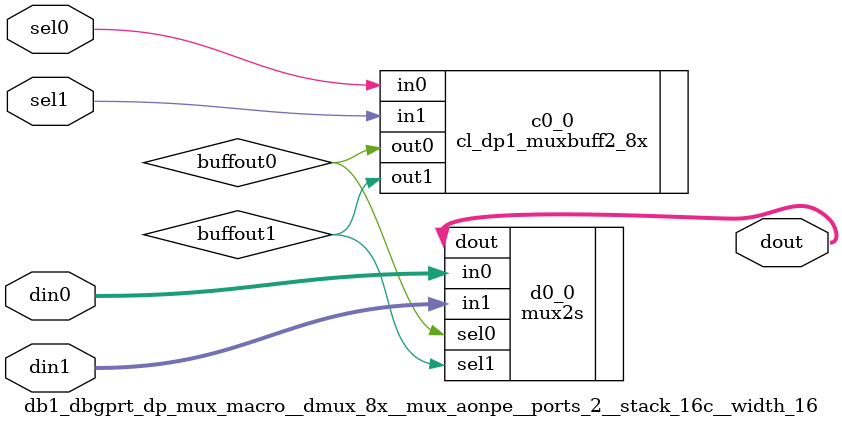
<source format=v>
module db1_dbgprt_dp (
  io_cmp_sync_en, 
  cmp_io2x_sync_en, 
  dbg0_dbg1_l2t0_pa_match, 
  dbg0_dbg1_l2t2_pa_match, 
  l2t1_dbg1_pa_match, 
  l2t3_dbg1_pa_match, 
  l2t4_dbg1_pa_match, 
  l2t5_dbg1_pa_match, 
  l2t6_dbg1_pa_match, 
  l2t7_dbg1_pa_match, 
  dbg0_dbg1_l2t0_err_event, 
  dbg0_dbg1_l2t2_err_event, 
  l2t1_dbg1_err_event, 
  l2t3_dbg1_err_event, 
  l2t4_dbg1_err_event, 
  l2t5_dbg1_err_event, 
  l2t6_dbg1_err_event, 
  l2t7_dbg1_err_event, 
  dbg0_dbg1_debug_data, 
  mcu_dtm_signals, 
  ccu_dbg1_serdes_dtm, 
  tcu_pce_ov, 
  tcu_clk_stop, 
  tcu_aclk, 
  tcu_bclk, 
  tcu_scan_en, 
  scan_in, 
  scan_out, 
  l2clk, 
  cmp_io_sync_en, 
  mcu_dbg_signals, 
  sii_dbg1_l2t0_req, 
  sii_dbg1_l2t1_req, 
  sii_dbg1_l2t2_req, 
  sii_dbg1_l2t3_req, 
  sii_dbg1_l2t4_req, 
  sii_dbg1_l2t5_req, 
  sii_dbg1_l2t6_req, 
  sii_dbg1_l2t7_req, 
  l2t1_dbg1_sii_iq_dequeue, 
  l2t3_dbg1_sii_iq_dequeue, 
  l2t4_dbg1_sii_iq_dequeue, 
  l2t5_dbg1_sii_iq_dequeue, 
  l2t6_dbg1_sii_iq_dequeue, 
  l2t7_dbg1_sii_iq_dequeue, 
  dbg0_dbg1_l2t0_sii_iq_dequeue, 
  dbg0_dbg1_l2t2_sii_iq_dequeue, 
  l2t1_dbg1_sii_wib_dequeue, 
  l2t3_dbg1_sii_wib_dequeue, 
  l2t4_dbg1_sii_wib_dequeue, 
  l2t5_dbg1_sii_wib_dequeue, 
  l2t6_dbg1_sii_wib_dequeue, 
  l2t7_dbg1_sii_wib_dequeue, 
  dbg0_dbg1_l2t0_sii_wib_dequeue, 
  dbg0_dbg1_l2t2_sii_wib_dequeue, 
  l2t1_dbg1_xbar_vcid, 
  l2t3_dbg1_xbar_vcid, 
  l2t4_dbg1_xbar_vcid, 
  l2t5_dbg1_xbar_vcid, 
  l2t6_dbg1_xbar_vcid, 
  l2t7_dbg1_xbar_vcid, 
  dbg0_dbg1_l2t0_xbar_vcid, 
  dbg0_dbg1_l2t2_xbar_vcid, 
  l2b4_dbg1_sio_ctag_vld, 
  l2b5_dbg1_sio_ctag_vld, 
  l2b6_dbg1_sio_ctag_vld, 
  l2b7_dbg1_sio_ctag_vld, 
  dbg0_dbg1_l2b0_sio_ctag_vld, 
  dbg0_dbg1_l2b1_sio_ctag_vld, 
  dbg0_dbg1_l2b2_sio_ctag_vld, 
  dbg0_dbg1_l2b3_sio_ctag_vld, 
  l2b4_dbg1_sio_ack_type, 
  l2b5_dbg1_sio_ack_type, 
  l2b6_dbg1_sio_ack_type, 
  l2b7_dbg1_sio_ack_type, 
  dbg0_dbg1_l2b0_sio_ack_type, 
  dbg0_dbg1_l2b1_sio_ack_type, 
  dbg0_dbg1_l2b2_sio_ack_type, 
  dbg0_dbg1_l2b3_sio_ack_type, 
  l2b4_dbg1_sio_ack_dest, 
  l2b5_dbg1_sio_ack_dest, 
  l2b6_dbg1_sio_ack_dest, 
  l2b7_dbg1_sio_ack_dest, 
  dbg0_dbg1_l2b0_sio_ack_dest, 
  dbg0_dbg1_l2b1_sio_ack_dest, 
  dbg0_dbg1_l2b2_sio_ack_dest, 
  dbg0_dbg1_l2b3_sio_ack_dest, 
  spc1_dbg1_instr_cmt_grp0, 
  spc1_dbg1_instr_cmt_grp1, 
  spc3_dbg1_instr_cmt_grp0, 
  spc3_dbg1_instr_cmt_grp1, 
  spc4_dbg1_instr_cmt_grp0, 
  spc4_dbg1_instr_cmt_grp1, 
  spc5_dbg1_instr_cmt_grp0, 
  spc5_dbg1_instr_cmt_grp1, 
  spc6_dbg1_instr_cmt_grp0, 
  spc6_dbg1_instr_cmt_grp1, 
  spc7_dbg1_instr_cmt_grp0, 
  spc7_dbg1_instr_cmt_grp1, 
  dbg0_dbg1_spc0_instr_cmt_grp0, 
  dbg0_dbg1_spc0_instr_cmt_grp1, 
  dbg0_dbg1_spc2_instr_cmt_grp0, 
  dbg0_dbg1_spc2_instr_cmt_grp1, 
  sel_soc_obs_mode, 
  sel_charac_mode, 
  sel_rep_mode, 
  sel_core_soc_debug_mode, 
  sel_train_mode, 
  l2t0_pa_match_synced, 
  l2t1_pa_match_synced, 
  l2t2_pa_match_synced, 
  l2t3_pa_match_synced, 
  l2t4_pa_match_synced, 
  l2t5_pa_match_synced, 
  l2t6_pa_match_synced, 
  l2t7_pa_match_synced, 
  l2t_error_event_synced, 
  dbg1_mio_dbg_dq);
wire pce_ov;
wire stop;
wire siclk;
wire soclk;
wire se;
wire ff_train_seq_gen_scanin;
wire ff_train_seq_gen_scanout;
wire cmp_io2x_sync_en_23;
wire train_seq;
wire train_seq_b1;
wire train_seq_b2;
wire train_seq_b11;
wire train_seq_b12;
wire train_seq_b13;
wire train_seq_b14;
wire train_seq_b15;
wire train_seq_b16;
wire train_seq_b17;
wire train_seq_b18;
wire train_seq_b21;
wire train_seq_b22;
wire train_seq_b23;
wire train_seq_b24;
wire train_seq_b25;
wire train_seq_b26;
wire train_seq_b27;
wire train_seq_b28;
wire train_seq_b29;
wire ff_train_data_0_scanin;
wire ff_train_data_0_scanout;
wire ff_train_data_1_scanin;
wire ff_train_data_1_scanout;
wire ff_train_data_2_scanin;
wire ff_train_data_2_scanout;
wire ff_cmp_io_sync_en_scanin;
wire ff_cmp_io_sync_en_scanout;
wire io_cmp_sync_en_2;
wire io_cmp_sync_en_3;
wire io_cmp_sync_en_4;
wire io_cmp_sync_en_5;
wire io_cmp_sync_en_32;
wire io_cmp_sync_en_42;
wire io_cmp_sync_en_52;
wire l2t0_pa_match_rec_din;
wire l2t1_pa_match_rec_din;
wire l2t2_pa_match_rec_din;
wire l2t3_pa_match_rec_din;
wire l2t4_pa_match_rec_din;
wire l2t5_pa_match_rec_din;
wire l2t6_pa_match_rec_din;
wire l2t7_pa_match_rec_din;
wire dbg1_cmp_io_sync_en_2;
wire io_cmp_sync_en_6;
wire io_cmp_sync_en_62;
wire cmp_io2x_sync_en_2;
wire cmp_io2x_sync_en_22;
wire l2t0_pa_match_r;
wire l2t2_pa_match_r;
wire l2t1_pa_match_r;
wire l2t3_pa_match_r;
wire l2t4_pa_match_r;
wire l2t5_pa_match_r;
wire l2t6_pa_match_r;
wire l2t7_pa_match_r;
wire l2t0_pa_match_rec;
wire l2t1_pa_match_rec;
wire l2t2_pa_match_rec;
wire l2t3_pa_match_rec;
wire l2t4_pa_match_rec;
wire l2t5_pa_match_rec;
wire l2t6_pa_match_rec;
wire l2t7_pa_match_rec;
wire l2t0_err_event_r;
wire l2t2_err_event_r;
wire l2t1_err_event_r;
wire l2t3_err_event_r;
wire l2t4_err_event_r;
wire l2t5_err_event_r;
wire l2t6_err_event_r;
wire l2t7_err_event_r;
wire ff_charac_signal_bus_scanin;
wire ff_charac_signal_bus_scanout;
wire ff_obs_signal_bus_scanin;
wire ff_obs_signal_bus_scanout;
wire io_cmp_sync_en_3or4;
wire io_cmp_sync_en_32or42;
wire io_cmp_sync_en_5or6;
wire io_cmp_sync_en_52or62;
wire cmp_io2x_sync_en_2_n;
wire dbg1_cmp_io_sync_en_2_n;
wire sel_train_mode_n;
wire l2t0_pa_match_rec_sync;
wire l2t1_pa_match_rec_sync;
wire l2t2_pa_match_rec_sync;
wire l2t3_pa_match_rec_sync;
wire l2t4_pa_match_rec_sync;
wire l2t5_pa_match_rec_sync;
wire l2t6_pa_match_rec_sync;
wire l2t7_pa_match_rec_sync;
wire l2t012_err_event_r;
wire l2t345_err_event_r;
wire l2t67_err_event_r;
wire l2t_error_event;
wire ff_l2tx_pa_match_synced_scanin;
wire ff_l2tx_pa_match_synced_scanout;
wire ff_mcu_dbg_signals_slice0_scanin;
wire ff_mcu_dbg_signals_slice0_scanout;
wire ff_mcu_dbg_signals_slice1_scanin;
wire ff_mcu_dbg_signals_slice1_scanout;
wire ff_mcu_dbg_bus_scanin;
wire ff_mcu_dbg_bus_scanout;
wire ff_rep_bus_slice0_scanin;
wire ff_rep_bus_slice0_scanout;
wire ff_rep_bus_slice1_scanin;
wire ff_rep_bus_slice1_scanout;
wire ff_rep_bus_slice2_scanin;
wire ff_rep_bus_slice2_scanout;
wire ff_rep_bus_slice3_scanin;
wire ff_rep_bus_slice3_scanout;
wire ff_obs_signal_bus_io2x_0_scanin;
wire ff_obs_signal_bus_io2x_0_scanout;
wire ff_obs_signal_bus_io2x_1_scanin;
wire ff_obs_signal_bus_io2x_1_scanout;
wire ff_obs_signal_bus_io2x_fnl_0_scanin;
wire ff_obs_signal_bus_io2x_fnl_0_scanout;
wire ff_obs_signal_bus_io2x_fnl_1_scanin;
wire ff_obs_signal_bus_io2x_fnl_1_scanout;
wire ff_charac_signal_bus_io2x_0a_scanin;
wire ff_charac_signal_bus_io2x_0a_scanout;
wire ff_charac_signal_bus_io2x_0b_scanin;
wire ff_charac_signal_bus_io2x_0b_scanout;
wire ff_charac_signal_bus_io2x_1a_scanin;
wire ff_charac_signal_bus_io2x_1a_scanout;
wire ff_charac_signal_bus_io2x_1b_scanin;
wire ff_charac_signal_bus_io2x_1b_scanout;
wire ff_charac_signal_bus_io2x_fnl_0a_scanin;
wire ff_charac_signal_bus_io2x_fnl_0a_scanout;
wire ff_charac_signal_bus_io2x_fnl_1_scanin;
wire ff_charac_signal_bus_io2x_fnl_1_scanout;
wire ff_charac_signal_bus_io2x_fnl_2_scanin;
wire ff_charac_signal_bus_io2x_fnl_2_scanout;
wire ff_charac_signal_bus_io2x_fnl_3_scanin;
wire ff_charac_signal_bus_io2x_fnl_3_scanout;
wire ff_dbg1_mio_dbg_dq_0_scanin;
wire ff_dbg1_mio_dbg_dq_0_scanout;
wire ff_dbg1_mio_dbg_dq_1_scanin;
wire ff_dbg1_mio_dbg_dq_1_scanout;
wire ff_dbg1_mio_dbg_dq_2_scanin;
wire ff_dbg1_mio_dbg_dq_2_scanout;
wire ccu_dbg1_serdes_dtm_n;


input		io_cmp_sync_en;
input		cmp_io2x_sync_en;
input           dbg0_dbg1_l2t0_pa_match;     //A PA match detected in l2t 0 : flopped version
input           dbg0_dbg1_l2t2_pa_match;     //A PA match detected in l2t 2 : flopped version
input           l2t1_dbg1_pa_match;     //A PA match detected in l2t 1
input           l2t3_dbg1_pa_match;     //A PA match detected in l2t 3
input           l2t4_dbg1_pa_match;     //A PA match detected in l2t 4
input           l2t5_dbg1_pa_match;     //A PA match detected in l2t 5
input           l2t6_dbg1_pa_match;     //A PA match detected in l2t 6
input           l2t7_dbg1_pa_match;     //A PA match detected in l2t 7

input           dbg0_dbg1_l2t0_err_event;    //An Error event occurred in l2t 0 : flopped version
input           dbg0_dbg1_l2t2_err_event;    //An Error event occurred in l2t 2 : flopped version
input           l2t1_dbg1_err_event;    //An Error event occurred in l2t 1
input           l2t3_dbg1_err_event;    //An Error event occurred in l2t 3
input           l2t4_dbg1_err_event;    //An Error event occurred in l2t 4
input           l2t5_dbg1_err_event;    //An Error event occurred in l2t 5
input           l2t6_dbg1_err_event;    //An Error event occurred in l2t 6
input           l2t7_dbg1_err_event;    //An Error event occurred in l2t 7

input [165:0]   dbg0_dbg1_debug_data;  // 166 bit debug data bus carrying repeatability signals to DBG1
input [87:0]    mcu_dtm_signals;       // MCU DTM signals to be sent out on debug port
input           ccu_dbg1_serdes_dtm;        // DTM mode 1


input           tcu_pce_ov;
input           tcu_clk_stop;
input           tcu_aclk;
input           tcu_bclk;
input           tcu_scan_en;
input           scan_in;
output           scan_out;

input           l2clk;                  //Internal CMP clock from CCU

input           cmp_io_sync_en;         // CMP to IO sync enable

input [83:0] 	mcu_dbg_signals;

// Tester charac/CPU debug mode signals and SOC obs
// signals from sii->l2t and l2t -> sio interfaces

input  [1:0]    sii_dbg1_l2t0_req;       //Req type encoded on 2 bits from sii to L2t 0
input  [1:0]    sii_dbg1_l2t1_req;       //Req type encoded on 2 bits from sii to L2t 1
input  [1:0]    sii_dbg1_l2t2_req;       //Req type encoded on 2 bits from sii to L2t 2
input  [1:0]    sii_dbg1_l2t3_req;       //Req type encoded on 2 bits from sii to L2t 3
input  [1:0]    sii_dbg1_l2t4_req;       //Req type encoded on 2 bits from sii to L2t 4
input  [1:0]    sii_dbg1_l2t5_req;       //Req type encoded on 2 bits from sii to L2t 5
input  [1:0]    sii_dbg1_l2t6_req;       //Req type encoded on 2 bits from sii to L2t 6
input  [1:0]    sii_dbg1_l2t7_req;       //Req type encoded on 2 bits from sii to L2t 7


input           l2t1_dbg1_sii_iq_dequeue;
input           l2t3_dbg1_sii_iq_dequeue;
input           l2t4_dbg1_sii_iq_dequeue;
input           l2t5_dbg1_sii_iq_dequeue;
input           l2t6_dbg1_sii_iq_dequeue;
input           l2t7_dbg1_sii_iq_dequeue;
input           dbg0_dbg1_l2t0_sii_iq_dequeue;
input           dbg0_dbg1_l2t2_sii_iq_dequeue;


input           l2t1_dbg1_sii_wib_dequeue;
input           l2t3_dbg1_sii_wib_dequeue;
input           l2t4_dbg1_sii_wib_dequeue;
input           l2t5_dbg1_sii_wib_dequeue;
input           l2t6_dbg1_sii_wib_dequeue;
input           l2t7_dbg1_sii_wib_dequeue;
input           dbg0_dbg1_l2t0_sii_wib_dequeue;
input           dbg0_dbg1_l2t2_sii_wib_dequeue;

input  [5:0]    l2t1_dbg1_xbar_vcid;
input  [5:0]    l2t3_dbg1_xbar_vcid;
input  [5:0]    l2t4_dbg1_xbar_vcid;
input  [5:0]    l2t5_dbg1_xbar_vcid;
input  [5:0]    l2t6_dbg1_xbar_vcid;
input  [5:0]    l2t7_dbg1_xbar_vcid;
input  [5:0]    dbg0_dbg1_l2t0_xbar_vcid;
input  [5:0]    dbg0_dbg1_l2t2_xbar_vcid;

input           l2b4_dbg1_sio_ctag_vld;
input           l2b5_dbg1_sio_ctag_vld;
input           l2b6_dbg1_sio_ctag_vld;
input           l2b7_dbg1_sio_ctag_vld;
input           dbg0_dbg1_l2b0_sio_ctag_vld;
input           dbg0_dbg1_l2b1_sio_ctag_vld;
input           dbg0_dbg1_l2b2_sio_ctag_vld;
input           dbg0_dbg1_l2b3_sio_ctag_vld;


input           l2b4_dbg1_sio_ack_type;
input           l2b5_dbg1_sio_ack_type;
input           l2b6_dbg1_sio_ack_type;
input           l2b7_dbg1_sio_ack_type;
input           dbg0_dbg1_l2b0_sio_ack_type;
input           dbg0_dbg1_l2b1_sio_ack_type;
input           dbg0_dbg1_l2b2_sio_ack_type;
input           dbg0_dbg1_l2b3_sio_ack_type;


input           l2b4_dbg1_sio_ack_dest; 
input           l2b5_dbg1_sio_ack_dest; 
input           l2b6_dbg1_sio_ack_dest; 
input           l2b7_dbg1_sio_ack_dest; 
input           dbg0_dbg1_l2b0_sio_ack_dest;
input           dbg0_dbg1_l2b1_sio_ack_dest;
input           dbg0_dbg1_l2b2_sio_ack_dest;
input           dbg0_dbg1_l2b3_sio_ack_dest;



input  [1:0]    spc1_dbg1_instr_cmt_grp0;
input  [1:0]    spc1_dbg1_instr_cmt_grp1;
input  [1:0]    spc3_dbg1_instr_cmt_grp0;
input  [1:0]    spc3_dbg1_instr_cmt_grp1;
input  [1:0]    spc4_dbg1_instr_cmt_grp0;
input  [1:0]    spc4_dbg1_instr_cmt_grp1;
input  [1:0]    spc5_dbg1_instr_cmt_grp0;
input  [1:0]    spc5_dbg1_instr_cmt_grp1;
input  [1:0]    spc6_dbg1_instr_cmt_grp0;
input  [1:0]    spc6_dbg1_instr_cmt_grp1;
input  [1:0]    spc7_dbg1_instr_cmt_grp0;
input  [1:0]    spc7_dbg1_instr_cmt_grp1;
input  [1:0]    dbg0_dbg1_spc0_instr_cmt_grp0;
input  [1:0]    dbg0_dbg1_spc0_instr_cmt_grp1;
input  [1:0]    dbg0_dbg1_spc2_instr_cmt_grp0;
input  [1:0]    dbg0_dbg1_spc2_instr_cmt_grp1;

input           sel_soc_obs_mode;
input           sel_charac_mode;
input           sel_rep_mode;
input		sel_core_soc_debug_mode;
input           sel_train_mode;



output	        l2t0_pa_match_synced;
output          l2t1_pa_match_synced;
output          l2t2_pa_match_synced;
output          l2t3_pa_match_synced;
output          l2t4_pa_match_synced;
output          l2t5_pa_match_synced;
output          l2t6_pa_match_synced;
output          l2t7_pa_match_synced;
output		l2t_error_event_synced;

output [165:0]	dbg1_mio_dbg_dq;
 
// Scan reassigns
assign pce_ov = tcu_pce_ov;
assign stop = tcu_clk_stop;
assign siclk = tcu_aclk;
assign soclk = tcu_bclk;
assign se = tcu_scan_en;

// wire declarations

wire [165:0] dbg1_mio_dbg_dq_int;
wire [83:0]  mcu_dbg_signals_r;
wire [41:0]  mcu_dbg_bus,mcu_dbg_bus_syncd;
wire [165:0] rep_data;
wire [79:0]  charac_signal_bus,charac_signal_bus_0,charac_signal_bus_1;
wire [55:0]  obs_signal_bus,obs_signal_bus_0,obs_signal_bus_1;
wire [111:0] obs_signal_bus_io2x_fnl;
wire [165:0] soc_obs_data;
wire [159:0] charac_signal_bus_io2x_fnl;
wire [165:0] charac_data;
wire [165:0] dbg_mux0_data;
wire [165:0] dbg_mux1_data;
wire [165:0] core_soc_align_data;
wire [165:0] train_data,train_data_din;

wire [1:0]   train_seq_gen;
wire [1:0]   train_seq_gen_din;

// Train sequence generation logic 
// 2 cycle multicyle path from train_seq_gen[1:0] to train_data[165:0]
// 2 cmp clocks wide

db1_dbgprt_dp_inv_macro__stack_1l__width_1 train_seq_gen_0_inv    
        (
        .dout   (train_seq_gen_din[0]),
        .din    (train_seq_gen[0])
        );

db1_dbgprt_dp_xor_macro__stack_1l__width_1 xor1  
        (
        .dout   (train_seq_gen_din[1]),
        .din0   (train_seq_gen[0]),
        .din1   (train_seq_gen[1])
        );

db1_dbgprt_dp_msff_macro__stack_2c__width_2 ff_train_seq_gen        (
                .scan_in(ff_train_seq_gen_scanin),
                .scan_out(ff_train_seq_gen_scanout),
                .clk    ( l2clk ),
                .en     ( cmp_io2x_sync_en_23 ),
                .din    ( train_seq_gen_din[1:0]),
                .dout   ( train_seq_gen[1:0]),
  .se(se),
  .siclk(siclk),
  .soclk(soclk),
  .pce_ov(pce_ov),
  .stop(stop)
                );

db1_dbgprt_dp_or_macro__stack_1l__width_1 or_train_seq  
        (
        .dout   (train_seq),
        .din1   (train_seq_gen[1]),
        .din0   (train_seq_gen[0])
        );
 

db1_dbgprt_dp_buff_macro__dbuff_8x__stack_20c__width_19 buf_tree_train_seq   
        (
        .din   ({train_seq,train_seq,
                  train_seq_b1,train_seq_b1,train_seq_b1,train_seq_b1,
                  train_seq_b1,train_seq_b1,train_seq_b1,train_seq_b1,
                  train_seq_b2,train_seq_b2,train_seq_b2,train_seq_b2,
                  train_seq_b2,train_seq_b2,train_seq_b2,train_seq_b2,
                  train_seq_b2}),
        .dout    ({train_seq_b1,train_seq_b2,
                   train_seq_b11,train_seq_b12,train_seq_b13,train_seq_b14,
                   train_seq_b15,train_seq_b16,train_seq_b17,train_seq_b18,
                   train_seq_b21,train_seq_b22,train_seq_b23,train_seq_b24,
                   train_seq_b25,train_seq_b26,train_seq_b27,train_seq_b28,
                   train_seq_b29
                  }) 
        );

assign train_data_din = {({6{train_seq_b29}}),({10{train_seq_b28}}),({10{train_seq_b27}}),
                         ({10{train_seq_b26}}),({10{train_seq_b25}}),({10{train_seq_b24}}),
                         ({10{train_seq_b23}}),({10{train_seq_b22}}),({10{train_seq_b21}}),
                         ({10{train_seq_b18}}),({10{train_seq_b17}}),({10{train_seq_b16}}),
                         ({10{train_seq_b15}}),({10{train_seq_b14}}),({10{train_seq_b13}}),
                         ({10{train_seq_b12}}),({10{train_seq_b11}})};

// flop train_data_din enabled with 700 mhz sync_en

db1_dbgprt_dp_msff_macro__stack_72c__width_72 ff_train_data_0        (
                .scan_in(ff_train_data_0_scanin),
                .scan_out(ff_train_data_0_scanout),
                .clk    ( l2clk ),
                .en     ( cmp_io2x_sync_en_23),
                .din    ( train_data_din[71:0]),
                .dout   ( train_data[71:0]),
  .se(se),
  .siclk(siclk),
  .soclk(soclk),
  .pce_ov(pce_ov),
  .stop(stop)
                );

db1_dbgprt_dp_msff_macro__stack_72c__width_72 ff_train_data_1        (
                .scan_in(ff_train_data_1_scanin),
                .scan_out(ff_train_data_1_scanout),
                .clk    ( l2clk ),
                .en     ( cmp_io2x_sync_en_23),
                .din    ( train_data_din[143:72]),
                .dout   ( train_data[143:72]),
  .se(se),
  .siclk(siclk),
  .soclk(soclk),
  .pce_ov(pce_ov),
  .stop(stop)
                );
db1_dbgprt_dp_msff_macro__stack_22c__width_22 ff_train_data_2        (
                .scan_in(ff_train_data_2_scanin),
                .scan_out(ff_train_data_2_scanout),
                .clk    ( l2clk ),
                .en     ( cmp_io2x_sync_en_23),
                .din    ( train_data_din[165:144]),
                .dout   ( train_data[165:144]),
  .se(se),
  .siclk(siclk),
  .soclk(soclk),
  .pce_ov(pce_ov),
  .stop(stop)
                );

// flops sync enables, L2t pa match and err event signals
// free running flops


db1_dbgprt_dp_msff_macro__stack_38c__width_37 ff_cmp_io_sync_en           (
                .scan_in(ff_cmp_io_sync_en_scanin),
                .scan_out(ff_cmp_io_sync_en_scanout),
                .clk    ( l2clk ),
                .en     ( 1'b1 ),
                .din    ( {cmp_io_sync_en,io_cmp_sync_en,io_cmp_sync_en_2,
                           io_cmp_sync_en_3,io_cmp_sync_en_4,io_cmp_sync_en_5,
                           io_cmp_sync_en_2,io_cmp_sync_en_32,io_cmp_sync_en_42,
                           io_cmp_sync_en_52,cmp_io2x_sync_en,cmp_io2x_sync_en,cmp_io2x_sync_en,
                           dbg0_dbg1_l2t0_pa_match,dbg0_dbg1_l2t2_pa_match,
                           l2t1_dbg1_pa_match,l2t3_dbg1_pa_match,l2t4_dbg1_pa_match,
                           l2t5_dbg1_pa_match,l2t6_dbg1_pa_match,l2t7_dbg1_pa_match,
                           l2t0_pa_match_rec_din,l2t1_pa_match_rec_din,l2t2_pa_match_rec_din,
                           l2t3_pa_match_rec_din,l2t4_pa_match_rec_din,l2t5_pa_match_rec_din,
                           l2t6_pa_match_rec_din,l2t7_pa_match_rec_din,
			   dbg0_dbg1_l2t0_err_event,dbg0_dbg1_l2t2_err_event,
			   l2t1_dbg1_err_event,l2t3_dbg1_err_event,l2t4_dbg1_err_event,
                           l2t5_dbg1_err_event,l2t6_dbg1_err_event,l2t7_dbg1_err_event
                           }),
                .dout   ( {dbg1_cmp_io_sync_en_2,io_cmp_sync_en_2,
                           io_cmp_sync_en_3,io_cmp_sync_en_4,io_cmp_sync_en_5,io_cmp_sync_en_6,
                           io_cmp_sync_en_32,io_cmp_sync_en_42,io_cmp_sync_en_52,
                           io_cmp_sync_en_62,cmp_io2x_sync_en_2,cmp_io2x_sync_en_22,cmp_io2x_sync_en_23,
                           l2t0_pa_match_r,l2t2_pa_match_r,l2t1_pa_match_r,
                           l2t3_pa_match_r,l2t4_pa_match_r,l2t5_pa_match_r,
                           l2t6_pa_match_r,l2t7_pa_match_r,
                           l2t0_pa_match_rec,l2t1_pa_match_rec,l2t2_pa_match_rec,
                           l2t3_pa_match_rec,l2t4_pa_match_rec,l2t5_pa_match_rec,
                           l2t6_pa_match_rec,l2t7_pa_match_rec,
                           l2t0_err_event_r,l2t2_err_event_r,l2t1_err_event_r,
                           l2t3_err_event_r,l2t4_err_event_r,l2t5_err_event_r,
                           l2t6_err_event_r,l2t7_err_event_r}),
  .se(se),
  .siclk(siclk),
  .soclk(soclk),
  .pce_ov(pce_ov),
  .stop(stop)
                );

// Flop tester charc/cpu debug and soc obs signals between l2t and sii once
// free running flops

db1_dbgprt_dp_msff_macro__stack_72c__width_72 ff_charac_signal_bus           (
                .scan_in(ff_charac_signal_bus_scanin),
                .scan_out(ff_charac_signal_bus_scanout),
                .clk    ( l2clk ),
                .en     ( 1'b1 ),
                .din    ( {spc5_dbg1_instr_cmt_grp1[1:0],spc5_dbg1_instr_cmt_grp0[1:0],
                           spc4_dbg1_instr_cmt_grp1[1:0],spc4_dbg1_instr_cmt_grp0[1:0],
                           spc3_dbg1_instr_cmt_grp1[1:0],spc3_dbg1_instr_cmt_grp0[1:0],
                           dbg0_dbg1_spc2_instr_cmt_grp1[1:0],dbg0_dbg1_spc2_instr_cmt_grp0[1:0],
                           spc1_dbg1_instr_cmt_grp1[1:0],spc1_dbg1_instr_cmt_grp0[1:0],
                           dbg0_dbg1_spc0_instr_cmt_grp1[1:0],dbg0_dbg1_spc0_instr_cmt_grp0[1:0],
                           l2t7_dbg1_xbar_vcid[5:0],l2t6_dbg1_xbar_vcid[5:0],
                           l2t5_dbg1_xbar_vcid[5:0],l2t4_dbg1_xbar_vcid[5:0],
                           l2t3_dbg1_xbar_vcid[5:0],dbg0_dbg1_l2t2_xbar_vcid[5:0],
                           l2t1_dbg1_xbar_vcid[5:0],dbg0_dbg1_l2t0_xbar_vcid[5:0]
                           }),
                .dout   ( charac_signal_bus[71:0]),
  .se(se),
  .siclk(siclk),
  .soclk(soclk),
  .pce_ov(pce_ov),
  .stop(stop) 
                );

db1_dbgprt_dp_msff_macro__stack_64c__width_64 ff_obs_signal_bus          (
                .scan_in(ff_obs_signal_bus_scanin),
                .scan_out(ff_obs_signal_bus_scanout),
                .clk    ( l2clk ),
                .en     ( 1'b1 ),
                .din    ( {sii_dbg1_l2t7_req[1:0],l2t7_dbg1_sii_iq_dequeue,
                           l2t7_dbg1_sii_wib_dequeue,l2b7_dbg1_sio_ctag_vld,
                           l2b7_dbg1_sio_ack_type,l2b7_dbg1_sio_ack_dest,
                           sii_dbg1_l2t6_req[1:0],l2t6_dbg1_sii_iq_dequeue,
                           l2t6_dbg1_sii_wib_dequeue,l2b6_dbg1_sio_ctag_vld,
                           l2b6_dbg1_sio_ack_type,l2b6_dbg1_sio_ack_dest,
		           sii_dbg1_l2t5_req[1:0],l2t5_dbg1_sii_iq_dequeue,
                           l2t5_dbg1_sii_wib_dequeue,l2b5_dbg1_sio_ctag_vld,
                           l2b5_dbg1_sio_ack_type,l2b5_dbg1_sio_ack_dest,
                           sii_dbg1_l2t4_req[1:0],l2t4_dbg1_sii_iq_dequeue,
                           l2t4_dbg1_sii_wib_dequeue,l2b4_dbg1_sio_ctag_vld,
                           l2b4_dbg1_sio_ack_type,l2b4_dbg1_sio_ack_dest,
                           sii_dbg1_l2t3_req[1:0],l2t3_dbg1_sii_iq_dequeue,
                           l2t3_dbg1_sii_wib_dequeue,dbg0_dbg1_l2b3_sio_ctag_vld,
                           dbg0_dbg1_l2b3_sio_ack_type,dbg0_dbg1_l2b3_sio_ack_dest,
                           sii_dbg1_l2t2_req[1:0],dbg0_dbg1_l2t2_sii_iq_dequeue,
                           dbg0_dbg1_l2t2_sii_wib_dequeue,dbg0_dbg1_l2b2_sio_ctag_vld,
                           dbg0_dbg1_l2b2_sio_ack_type,dbg0_dbg1_l2b2_sio_ack_dest,
                           sii_dbg1_l2t1_req[1:0],l2t1_dbg1_sii_iq_dequeue,
                           l2t1_dbg1_sii_wib_dequeue,dbg0_dbg1_l2b1_sio_ctag_vld,
                           dbg0_dbg1_l2b1_sio_ack_type,dbg0_dbg1_l2b1_sio_ack_dest,
                           sii_dbg1_l2t0_req[1:0],dbg0_dbg1_l2t0_sii_iq_dequeue,
                           dbg0_dbg1_l2t0_sii_wib_dequeue,dbg0_dbg1_l2b0_sio_ctag_vld,
                           dbg0_dbg1_l2b0_sio_ack_type,dbg0_dbg1_l2b0_sio_ack_dest,
                           spc7_dbg1_instr_cmt_grp1[1:0],spc7_dbg1_instr_cmt_grp0[1:0],
                           spc6_dbg1_instr_cmt_grp1[1:0],spc6_dbg1_instr_cmt_grp0[1:0]
                           }),
                .dout   ( {obs_signal_bus[55:0],charac_signal_bus[79:72]}),
  .se(se),
  .siclk(siclk),
  .soclk(soclk),
  .pce_ov(pce_ov),
  .stop(stop)
                );


// OR piped versions of sync enables to generate mux selects

db1_dbgprt_dp_or_macro__stack_1l__width_1 or_sync_3_4   
        (
        .din0   (io_cmp_sync_en_3),
        .din1   (io_cmp_sync_en_4),
        .dout   (io_cmp_sync_en_3or4)
        );

db1_dbgprt_dp_or_macro__stack_1l__width_1 or_sync_32_42   
        (
        .din0   (io_cmp_sync_en_32),
        .din1   (io_cmp_sync_en_42),
        .dout   (io_cmp_sync_en_32or42)
        );

db1_dbgprt_dp_or_macro__stack_1l__width_1 or_sync_5_6   
        (
        .din0   (io_cmp_sync_en_5),
        .din1   (io_cmp_sync_en_6),
        .dout   (io_cmp_sync_en_5or6)
        );

db1_dbgprt_dp_or_macro__stack_1l__width_1 or_sync_52_62   
        (
        .din0   (io_cmp_sync_en_52),
        .din1   (io_cmp_sync_en_62),
        .dout   (io_cmp_sync_en_52or62)
        );

// these flops are set by l2tx_pa_match_r, and hold value until the next sync pulse
// when they are cleared to 0. Unless l2tx_pa_match_r are 1's, in which case , does
// not get cleared but stay 1's

/*
assign l2t0_pa_match_rec_din = l2t0_pa_match_r | (l2t0_pa_match_rec & ~dbg1_cmp_io_sync_en_2);
assign l2t1_pa_match_rec_din = l2t1_pa_match_r | (l2t1_pa_match_rec & ~dbg1_cmp_io_sync_en_2);
assign l2t2_pa_match_rec_din = l2t2_pa_match_r | (l2t2_pa_match_rec & ~dbg1_cmp_io_sync_en_2);
assign l2t3_pa_match_rec_din = l2t3_pa_match_r | (l2t3_pa_match_rec & ~dbg1_cmp_io_sync_en_2);
assign l2t4_pa_match_rec_din = l2t4_pa_match_r | (l2t4_pa_match_rec & ~dbg1_cmp_io_sync_en_2);
assign l2t5_pa_match_rec_din = l2t5_pa_match_r | (l2t5_pa_match_rec & ~dbg1_cmp_io_sync_en_2);
assign l2t6_pa_match_rec_din = l2t6_pa_match_r | (l2t6_pa_match_rec & ~dbg1_cmp_io_sync_en_2);
assign l2t7_pa_match_rec_din = l2t7_pa_match_r | (l2t7_pa_match_rec & ~dbg1_cmp_io_sync_en_2);
*/

db1_dbgprt_dp_inv_macro__stack_1l__width_1 cmp_io2x_sync_en_2_inv    
        (
        .dout   (cmp_io2x_sync_en_2_n),
        .din    (cmp_io2x_sync_en_2)
        );

db1_dbgprt_dp_inv_macro__stack_1l__width_1 dbg1_cmp_io_sync_en_2_inv_slice  
        (
        .dout   (dbg1_cmp_io_sync_en_2_n),
        .din    (dbg1_cmp_io_sync_en_2)
        );

db1_dbgprt_dp_inv_macro__stack_1l__width_1 sel_train_mode_inv  
        (
        .dout   (sel_train_mode_n),
        .din    (sel_train_mode)
        );

db1_dbgprt_dp_and_macro__stack_1l__width_1  and0  
        (
        .dout   (l2t0_pa_match_rec_sync),
        .din0   (dbg1_cmp_io_sync_en_2_n),
        .din1   (l2t0_pa_match_rec)
        );


db1_dbgprt_dp_or_macro__stack_1l__width_1 or0  
        (
        .dout   (l2t0_pa_match_rec_din),
        .din0   (l2t0_pa_match_r),
        .din1   (l2t0_pa_match_rec_sync)
        );


db1_dbgprt_dp_and_macro__stack_1l__width_1  and1  
        (
        .dout   (l2t1_pa_match_rec_sync),
        .din0   (dbg1_cmp_io_sync_en_2_n),
        .din1   (l2t1_pa_match_rec)
        );


db1_dbgprt_dp_or_macro__stack_1l__width_1 or1  
        (
        .dout   (l2t1_pa_match_rec_din),
        .din0   (l2t1_pa_match_r),
        .din1   (l2t1_pa_match_rec_sync)
        );


db1_dbgprt_dp_and_macro__stack_1l__width_1  and2  
        (
        .dout   (l2t2_pa_match_rec_sync),
        .din0   (dbg1_cmp_io_sync_en_2_n),
        .din1   (l2t2_pa_match_rec)
        );


db1_dbgprt_dp_or_macro__stack_1l__width_1 or2  
        (
        .dout   (l2t2_pa_match_rec_din),
        .din0   (l2t2_pa_match_r),
        .din1   (l2t2_pa_match_rec_sync)
        );

db1_dbgprt_dp_and_macro__stack_1l__width_1  and3  
        (
        .dout   (l2t3_pa_match_rec_sync),
        .din0   (dbg1_cmp_io_sync_en_2_n),
        .din1   (l2t3_pa_match_rec)
        );


db1_dbgprt_dp_or_macro__stack_1l__width_1 or3  
        (
        .dout   (l2t3_pa_match_rec_din),
        .din0   (l2t3_pa_match_r),
        .din1   (l2t3_pa_match_rec_sync)
        );

db1_dbgprt_dp_and_macro__stack_1l__width_1  and4  
        (
        .dout   (l2t4_pa_match_rec_sync),
        .din0   (dbg1_cmp_io_sync_en_2_n),
        .din1   (l2t4_pa_match_rec)
        );


db1_dbgprt_dp_or_macro__stack_1l__width_1 or4  
        (
        .dout   (l2t4_pa_match_rec_din),
        .din0   (l2t4_pa_match_r),
        .din1   (l2t4_pa_match_rec_sync)
        );

db1_dbgprt_dp_and_macro__stack_1l__width_1  and5  
        (
        .dout   (l2t5_pa_match_rec_sync),
        .din0   (dbg1_cmp_io_sync_en_2_n),
        .din1   (l2t5_pa_match_rec)
        );


db1_dbgprt_dp_or_macro__stack_1l__width_1 or5  
        (
        .dout   (l2t5_pa_match_rec_din),
        .din0   (l2t5_pa_match_r),
        .din1   (l2t5_pa_match_rec_sync)
        );

db1_dbgprt_dp_and_macro__stack_1l__width_1  and6  
        (
        .dout   (l2t6_pa_match_rec_sync),
        .din0   (dbg1_cmp_io_sync_en_2_n),
        .din1   (l2t6_pa_match_rec)
        );


db1_dbgprt_dp_or_macro__stack_1l__width_1 or6  
        (
        .dout   (l2t6_pa_match_rec_din),
        .din0   (l2t6_pa_match_r),
        .din1   (l2t6_pa_match_rec_sync)
        );

db1_dbgprt_dp_and_macro__stack_1l__width_1  and7  
        (
        .dout   (l2t7_pa_match_rec_sync),
        .din0   (dbg1_cmp_io_sync_en_2_n),
        .din1   (l2t7_pa_match_rec)
        );


db1_dbgprt_dp_or_macro__stack_1l__width_1 or7  
        (
        .dout   (l2t7_pa_match_rec_din),
        .din0   (l2t7_pa_match_r),
        .din1   (l2t7_pa_match_rec_sync)
        );

// Or all the L2 error events here and sync to iol2clk

// assign l2t_error_event = (l2t0_err_event_r | l2t1_err_event_r | l2t2_err_event_r |
//                           l2t3_err_event_r | l2t4_err_event_r | l2t5_err_event_r |
//                           l2t6_err_event_r | l2t7_err_event_r);


db1_dbgprt_dp_or_macro__ports_3__stack_1l__width_1 err_event_or0    
                        (.dout (l2t012_err_event_r),
                         .din0 (l2t0_err_event_r),
                         .din1 (l2t1_err_event_r),
                         .din2 (l2t2_err_event_r)
                        );

db1_dbgprt_dp_or_macro__ports_3__stack_1l__width_1 err_event_or1    
                        (.dout (l2t345_err_event_r),
                         .din0 (l2t3_err_event_r),
                         .din1 (l2t4_err_event_r),
                         .din2 (l2t5_err_event_r)
                        );

db1_dbgprt_dp_or_macro__ports_2__stack_1l__width_1 err_event_or2    
                        (.dout (l2t67_err_event_r),
                         .din0 (l2t6_err_event_r),
                         .din1 (l2t7_err_event_r)
                        );

db1_dbgprt_dp_or_macro__ports_3__stack_1l__width_1 err_event_or3    
                        (.dout (l2t_error_event),
                         .din0 (l2t012_err_event_r),
                         .din1 (l2t345_err_event_r),
                         .din2 (l2t67_err_event_r)
                        );



db1_dbgprt_dp_msff_macro__stack_9c__width_9 ff_l2tx_pa_match_synced        (
                .scan_in(ff_l2tx_pa_match_synced_scanin),
                .scan_out(ff_l2tx_pa_match_synced_scanout),
                .clk    ( l2clk ),
                .en     ( dbg1_cmp_io_sync_en_2),
                .din    ( {l2t0_pa_match_rec,l2t1_pa_match_rec,l2t2_pa_match_rec,
                           l2t3_pa_match_rec,l2t4_pa_match_rec,l2t5_pa_match_rec,
                           l2t6_pa_match_rec,l2t7_pa_match_rec,l2t_error_event}),
                .dout   ( {l2t0_pa_match_synced,l2t1_pa_match_synced,l2t2_pa_match_synced,
			   l2t3_pa_match_synced,l2t4_pa_match_synced,l2t5_pa_match_synced,
			   l2t6_pa_match_synced,l2t7_pa_match_synced,l2t_error_event_synced}),
  .se(se),
  .siclk(siclk),
  .soclk(soclk),
  .pce_ov(pce_ov),
  .stop(stop)
                ); 

// flop mcu_dbg_signals bits [83:0]
// flop with enable coming from io_cmp_sync_en

db1_dbgprt_dp_msff_macro__stack_72c__width_72 ff_mcu_dbg_signals_slice0        (
                .scan_in(ff_mcu_dbg_signals_slice0_scanin),
                .scan_out(ff_mcu_dbg_signals_slice0_scanout),
                .clk    ( l2clk ),
                .en     ( io_cmp_sync_en_2),
                .din    ( mcu_dbg_signals[71:0]),
                .dout   ( mcu_dbg_signals_r[71:0]),
  .se(se),
  .siclk(siclk),
  .soclk(soclk),
  .pce_ov(pce_ov),
  .stop(stop)
                );

db1_dbgprt_dp_msff_macro__stack_12c__width_12 ff_mcu_dbg_signals_slice1          (
                .scan_in(ff_mcu_dbg_signals_slice1_scanin),
                .scan_out(ff_mcu_dbg_signals_slice1_scanout),
                .clk    ( l2clk ),
                .en     ( io_cmp_sync_en_2),
                .din    ( mcu_dbg_signals[83:72]),
                .dout   ( mcu_dbg_signals_r[83:72]),
  .se(se),
  .siclk(siclk),
  .soclk(soclk),
  .pce_ov(pce_ov),
  .stop(stop)
                );

// Mux between mcu_dbg_signals[41:0] and mcu_dbg_signals[83:42]

db1_dbgprt_dp_mux_macro__mux_aonpe__stack_42c__width_42 mux_1 
             (
                .dout (mcu_dbg_bus[41:0]),
                .din0  (mcu_dbg_signals_r[41:0]),
                .din1  (mcu_dbg_signals_r[83:42]),
                .sel0 (io_cmp_sync_en_3or4),
                .sel1 (io_cmp_sync_en_5or6)
              ) ;

// FLop mcu_dbg_bus with enable coming off of registered cmp_io2x_sync_en

db1_dbgprt_dp_msff_macro__stack_42c__width_42 ff_mcu_dbg_bus           (
                .scan_in(ff_mcu_dbg_bus_scanin),
                .scan_out(ff_mcu_dbg_bus_scanout),
                .clk    ( l2clk ),
                .en     ( cmp_io2x_sync_en_2 ),
                .din    ( mcu_dbg_bus[41:0]),
                .dout   ( mcu_dbg_bus_syncd[41:0]),
  .se(se),
  .siclk(siclk),
  .soclk(soclk),
  .pce_ov(pce_ov),
  .stop(stop)
                );

// Flop dbg0_dbg1_debug_data[165:0] with enable coming off of registered cmp_io2x_sync_en

db1_dbgprt_dp_msff_macro__stack_72c__width_72 ff_rep_bus_slice0           (
                .scan_in(ff_rep_bus_slice0_scanin),
                .scan_out(ff_rep_bus_slice0_scanout),
                .clk    ( l2clk ),
                .en     ( cmp_io2x_sync_en_2 ),
                .din    ( dbg0_dbg1_debug_data[71:0]),
                .dout   ( rep_data[71:0]),
  .se(se),
  .siclk(siclk),
  .soclk(soclk),
  .pce_ov(pce_ov),
  .stop(stop)
                );

db1_dbgprt_dp_msff_macro__stack_12r__width_12 ff_rep_bus_slice1           (
                .scan_in(ff_rep_bus_slice1_scanin),
                .scan_out(ff_rep_bus_slice1_scanout),
                .clk    ( l2clk ),
                .en     ( cmp_io2x_sync_en_2 ),
                .din    ( dbg0_dbg1_debug_data[83:72]),
                .dout   ( rep_data[83:72]),
  .se(se),
  .siclk(siclk),
  .soclk(soclk),
  .pce_ov(pce_ov),
  .stop(stop)
                );

db1_dbgprt_dp_msff_macro__stack_72c__width_72 ff_rep_bus_slice2           (
                .scan_in(ff_rep_bus_slice2_scanin),
                .scan_out(ff_rep_bus_slice2_scanout),
                .clk    ( l2clk ),
                .en     ( cmp_io2x_sync_en_2 ),
                .din    ( dbg0_dbg1_debug_data[155:84]),
                .dout   ( rep_data[155:84]),
  .se(se),
  .siclk(siclk),
  .soclk(soclk),
  .pce_ov(pce_ov),
  .stop(stop)
               );

db1_dbgprt_dp_msff_macro__stack_10r__width_10 ff_rep_bus_slice3           (
                .scan_in(ff_rep_bus_slice3_scanin),
                .scan_out(ff_rep_bus_slice3_scanout),
                .clk    ( l2clk ),
                .en     ( cmp_io2x_sync_en_2 ),
                .din    ( dbg0_dbg1_debug_data[165:156]),
                .dout   ( rep_data[165:156]),
  .se(se),
  .siclk(siclk),
  .soclk(soclk),
  .pce_ov(pce_ov),
  .stop(stop)
               );

// Logic to convert obs_signal_bus[55:0]
// from l2clk to io2xclk domain

db1_dbgprt_dp_msff_macro__stack_56c__width_56 ff_obs_signal_bus_io2x_0        (
                .scan_in(ff_obs_signal_bus_io2x_0_scanin),
                .scan_out(ff_obs_signal_bus_io2x_0_scanout),
                .clk    ( l2clk ),
                .en     ( cmp_io2x_sync_en_2 ),
                .din    (obs_signal_bus[55:0]),
                .dout   (obs_signal_bus_0[55:0]),
  .se(se),
  .siclk(siclk),
  .soclk(soclk),
  .pce_ov(pce_ov),
  .stop(stop)
                );

db1_dbgprt_dp_msff_macro__stack_56c__width_56 ff_obs_signal_bus_io2x_1        (
                .scan_in(ff_obs_signal_bus_io2x_1_scanin),
                .scan_out(ff_obs_signal_bus_io2x_1_scanout),
                .clk    ( l2clk ),
                .en     ( cmp_io2x_sync_en_2_n ),
                .din    (obs_signal_bus[55:0]),
                .dout   (obs_signal_bus_1[55:0]),
  .se(se),
  .siclk(siclk),
  .soclk(soclk),
  .pce_ov(pce_ov),
  .stop(stop)
                );

db1_dbgprt_dp_msff_macro__stack_56c__width_56 ff_obs_signal_bus_io2x_fnl_0        (
                .scan_in(ff_obs_signal_bus_io2x_fnl_0_scanin),
                .scan_out(ff_obs_signal_bus_io2x_fnl_0_scanout),
                .clk    ( l2clk ),
                .en     ( cmp_io2x_sync_en_2 ),
                .din    ( obs_signal_bus_0[55:0]),
                .dout   ( obs_signal_bus_io2x_fnl[55:0]),
  .se(se),
  .siclk(siclk),
  .soclk(soclk),
  .pce_ov(pce_ov),
  .stop(stop)
                );

db1_dbgprt_dp_msff_macro__stack_56c__width_56 ff_obs_signal_bus_io2x_fnl_1        (
                .scan_in(ff_obs_signal_bus_io2x_fnl_1_scanin),
                .scan_out(ff_obs_signal_bus_io2x_fnl_1_scanout),
                .clk    ( l2clk ),
                .en     ( cmp_io2x_sync_en_2 ),
                .din    ( obs_signal_bus_1[55:0]),
                .dout   ( obs_signal_bus_io2x_fnl[111:56]),
  .se(se),
  .siclk(siclk),
  .soclk(soclk),
  .pce_ov(pce_ov),
  .stop(stop)
                );

assign soc_obs_data = {10'b0,obs_signal_bus_io2x_fnl[111:0],2'b0,mcu_dbg_bus_syncd[41:0]};

// Logic to convert charac_signal_bus[79:0] from l2clk to io2xclk domain

db1_dbgprt_dp_msff_macro__stack_72c__width_72 ff_charac_signal_bus_io2x_0a        (
                .scan_in(ff_charac_signal_bus_io2x_0a_scanin),
                .scan_out(ff_charac_signal_bus_io2x_0a_scanout),
                .clk    ( l2clk ),
                .en     ( cmp_io2x_sync_en_2 ),
                .din    ( charac_signal_bus[71:0]),
                .dout   ( charac_signal_bus_0[71:0]),
  .se(se),
  .siclk(siclk),
  .soclk(soclk),
  .pce_ov(pce_ov),
  .stop(stop)
                );

db1_dbgprt_dp_msff_macro__stack_8r__width_8 ff_charac_signal_bus_io2x_0b        (
                .scan_in(ff_charac_signal_bus_io2x_0b_scanin),
                .scan_out(ff_charac_signal_bus_io2x_0b_scanout),
                .clk    ( l2clk ),
                .en     ( cmp_io2x_sync_en_2 ),
                .din    ( charac_signal_bus[79:72]),
                .dout   ( charac_signal_bus_0[79:72]),
  .se(se),
  .siclk(siclk),
  .soclk(soclk),
  .pce_ov(pce_ov),
  .stop(stop)
                );

db1_dbgprt_dp_msff_macro__stack_72c__width_72 ff_charac_signal_bus_io2x_1a        (
                .scan_in(ff_charac_signal_bus_io2x_1a_scanin),
                .scan_out(ff_charac_signal_bus_io2x_1a_scanout),
                .clk    ( l2clk ),
                .en     ( cmp_io2x_sync_en_2_n ),
                .din    ( charac_signal_bus[71:0]),
                .dout   ( charac_signal_bus_1[71:0]),
  .se(se),
  .siclk(siclk),
  .soclk(soclk),
  .pce_ov(pce_ov),
  .stop(stop)
                );

db1_dbgprt_dp_msff_macro__stack_8r__width_8 ff_charac_signal_bus_io2x_1b        (
                .scan_in(ff_charac_signal_bus_io2x_1b_scanin),
                .scan_out(ff_charac_signal_bus_io2x_1b_scanout),
                .clk    ( l2clk ),
                .en     ( cmp_io2x_sync_en_2_n ),
                .din    ( charac_signal_bus[79:72]),
                .dout   ( charac_signal_bus_1[79:72]),
  .se(se),
  .siclk(siclk),
  .soclk(soclk),
  .pce_ov(pce_ov),
  .stop(stop)
                );


db1_dbgprt_dp_msff_macro__stack_72c__width_72 ff_charac_signal_bus_io2x_fnl_0a        (
                .scan_in(ff_charac_signal_bus_io2x_fnl_0a_scanin),
                .scan_out(ff_charac_signal_bus_io2x_fnl_0a_scanout),
                .clk    ( l2clk ),
                .en     ( cmp_io2x_sync_en_2),
                .din    ( charac_signal_bus_0[71:0]),
                .dout   ( charac_signal_bus_io2x_fnl[71:0]),
  .se(se),
  .siclk(siclk),
  .soclk(soclk),
  .pce_ov(pce_ov),
  .stop(stop)
                );


db1_dbgprt_dp_msff_macro__stack_8r__width_8 ff_charac_signal_bus_io2x_fnl_1        (
                .scan_in(ff_charac_signal_bus_io2x_fnl_1_scanin),
                .scan_out(ff_charac_signal_bus_io2x_fnl_1_scanout),
                .clk    ( l2clk ),
                .en     ( cmp_io2x_sync_en_2),
                .din    ( charac_signal_bus_0[79:72]),
                .dout   ( charac_signal_bus_io2x_fnl[79:72]),
  .se(se),
  .siclk(siclk),
  .soclk(soclk),
  .pce_ov(pce_ov),
  .stop(stop)
                );

db1_dbgprt_dp_msff_macro__stack_72c__width_72 ff_charac_signal_bus_io2x_fnl_2        (
                .scan_in(ff_charac_signal_bus_io2x_fnl_2_scanin),
                .scan_out(ff_charac_signal_bus_io2x_fnl_2_scanout),
                .clk    ( l2clk ),
                .en     ( cmp_io2x_sync_en_2),
                .din    ( charac_signal_bus_1[71:0]),
                .dout   ( charac_signal_bus_io2x_fnl[151:80]),
  .se(se),
  .siclk(siclk),
  .soclk(soclk),
  .pce_ov(pce_ov),
  .stop(stop)
                );

db1_dbgprt_dp_msff_macro__stack_8r__width_8 ff_charac_signal_bus_io2x_fnl_3        (
                .scan_in(ff_charac_signal_bus_io2x_fnl_3_scanin),
                .scan_out(ff_charac_signal_bus_io2x_fnl_3_scanout),
                .clk    ( l2clk ),
                .en     ( cmp_io2x_sync_en_2),
                .din    ( charac_signal_bus_1[79:72]),
                .dout   ( charac_signal_bus_io2x_fnl[159:152]),
  .se(se),
  .siclk(siclk),
  .soclk(soclk),
  .pce_ov(pce_ov),
  .stop(stop)
                );

assign charac_data = {6'b0,charac_signal_bus_io2x_fnl[159:0]};


assign core_soc_align_data = {16'b0,charac_signal_bus_io2x_fnl[159:128],
                                    charac_signal_bus_io2x_fnl[79:48],
                                    3'b0,rep_data[82:0]};
				// DMU to sii,ncu interface data and core data on every
				// cmp cycle

// 2 cycle ( 2 cmp cycles ) multicycle path from soc_obs_data,charac_data,rep_data,
// core_soc_align_data,train_data to dbg1_mio_dbg_dq[165:0]
 

db1_dbgprt_dp_mux_macro__mux_aonpe__ports_4__stack_72c__width_72 mux_2 
               (
                .dout (dbg_mux0_data[71:0]),
                .din0  (soc_obs_data[71:0]),
                .din1  (charac_data[71:0]),
	        .din2  (rep_data[71:0]),
		.din3  (core_soc_align_data[71:0]),
                .sel0 (sel_soc_obs_mode),
                .sel1 (sel_charac_mode),
                .sel2 (sel_rep_mode),
		.sel3 (sel_core_soc_debug_mode)
              ) ;

db1_dbgprt_dp_mux_macro__mux_aonpe__ports_4__stack_72c__width_72 mux_3 
               (
                .dout (dbg_mux0_data[143:72]),
                .din0  (soc_obs_data[143:72]),
                .din1  (charac_data[143:72]),
	        .din2  (rep_data[143:72]),
                .din3  (core_soc_align_data[143:72]),
                .sel0 (sel_soc_obs_mode),
                .sel1 (sel_charac_mode),
	        .sel2 (sel_rep_mode),
                .sel3 (sel_core_soc_debug_mode)
              ) ;

db1_dbgprt_dp_mux_macro__mux_aonpe__ports_4__stack_22c__width_22 mux_4 
               (
                .dout (dbg_mux0_data[165:144]),
                .din0  (soc_obs_data[165:144]),
                .din1  (charac_data[165:144]),
                .din2  (rep_data[165:144]),
                .din3  (core_soc_align_data[165:144]),
                .sel0 (sel_soc_obs_mode),
                .sel1 (sel_charac_mode),
                .sel2 (sel_rep_mode),
                .sel3 (sel_core_soc_debug_mode)
              ) ;

db1_dbgprt_dp_mux_macro__mux_aonpe__ports_2__stack_72c__width_72 mux_5 
               (
                .dout (dbg_mux1_data[71:0]),
                .din0  (dbg_mux0_data[71:0]),
                .din1  (train_data[71:0]),
                .sel0 (sel_train_mode_n),
                .sel1 (sel_train_mode)
              ) ;

db1_dbgprt_dp_mux_macro__mux_aonpe__ports_2__stack_72c__width_72 mux_6 
               (
                .dout (dbg_mux1_data[143:72]),
                .din0  (dbg_mux0_data[143:72]),
                .din1  (train_data[143:72]),
                .sel0 (sel_train_mode_n),
                .sel1 (sel_train_mode)
              ) ;

db1_dbgprt_dp_mux_macro__mux_aonpe__ports_2__stack_22c__width_22 mux_7 
               (
                .dout (dbg_mux1_data[165:144]),
                .din0  (dbg_mux0_data[165:144]),
                .din1  (train_data[165:144]),
                .sel0 (sel_train_mode_n),
                .sel1 (sel_train_mode)
              ) ;


db1_dbgprt_dp_msff_macro__dmsff_32x__stack_72c__width_72 ff_dbg1_mio_dbg_dq_0         (
                .scan_in(ff_dbg1_mio_dbg_dq_0_scanin),
                .scan_out(ff_dbg1_mio_dbg_dq_0_scanout),
                .clk    ( l2clk ),
                .en     ( cmp_io2x_sync_en_22),
                .din    ( dbg_mux1_data[71:0]),
                .dout   ( dbg1_mio_dbg_dq_int[71:0]),
  .se(se),
  .siclk(siclk),
  .soclk(soclk),
  .pce_ov(pce_ov),
  .stop(stop)
                );

db1_dbgprt_dp_msff_macro__dmsff_32x__stack_72c__width_72 ff_dbg1_mio_dbg_dq_1         (
                .scan_in(ff_dbg1_mio_dbg_dq_1_scanin),
                .scan_out(ff_dbg1_mio_dbg_dq_1_scanout),
                .clk    ( l2clk ),
                .en     ( cmp_io2x_sync_en_22),
                .din    ( dbg_mux1_data[143:72]),
                .dout   ( dbg1_mio_dbg_dq_int[143:72]),
  .se(se),
  .siclk(siclk),
  .soclk(soclk),
  .pce_ov(pce_ov),
  .stop(stop)
                );
db1_dbgprt_dp_msff_macro__dmsff_32x__stack_22c__width_22 ff_dbg1_mio_dbg_dq_2         (
                .scan_in(ff_dbg1_mio_dbg_dq_2_scanin),
                .scan_out(ff_dbg1_mio_dbg_dq_2_scanout),
                .clk    ( l2clk ),
                .en     ( cmp_io2x_sync_en_22),
                .din    ( dbg_mux1_data[165:144]),
                .dout   ( dbg1_mio_dbg_dq_int[165:144]),
  .se(se),
  .siclk(siclk),
  .soclk(soclk),
  .pce_ov(pce_ov),
  .stop(stop)
                );

db1_dbgprt_dp_inv_macro__stack_1l__width_1 ccu_dbg1_serdes_dtm_inv    
        (
        .dout   (ccu_dbg1_serdes_dtm_n),
        .din    (ccu_dbg1_serdes_dtm)
        );


db1_dbgprt_dp_mux_macro__dmux_8x__mux_aonpe__ports_2__stack_72c__width_72 mux_dtm_1 
               (
                .dout (dbg1_mio_dbg_dq[71:0]),
                .din0 (mcu_dtm_signals[71:0]),
                .din1 (dbg1_mio_dbg_dq_int[71:0]),
                .sel0 (ccu_dbg1_serdes_dtm),
                .sel1 (ccu_dbg1_serdes_dtm_n)
              ) ;

db1_dbgprt_dp_mux_macro__dmux_8x__mux_aonpe__ports_2__stack_16c__width_16 mux_dtm_2 
               (
                .dout (dbg1_mio_dbg_dq[87:72]),
                .din0 (mcu_dtm_signals[87:72]),
                .din1 (dbg1_mio_dbg_dq_int[87:72]),
                .sel0 (ccu_dbg1_serdes_dtm),
                .sel1 (ccu_dbg1_serdes_dtm_n)
              ) ;

assign dbg1_mio_dbg_dq[165:88] = dbg1_mio_dbg_dq_int[165:88];

// fixscan start:
assign ff_train_seq_gen_scanin   = scan_in                  ;
assign ff_train_data_0_scanin    = ff_train_seq_gen_scanout ;
assign ff_train_data_1_scanin    = ff_train_data_0_scanout  ;
assign ff_train_data_2_scanin    = ff_train_data_1_scanout  ;
assign ff_cmp_io_sync_en_scanin  = ff_train_data_2_scanout  ;
assign ff_charac_signal_bus_scanin = ff_cmp_io_sync_en_scanout;
assign ff_obs_signal_bus_scanin  = ff_charac_signal_bus_scanout;
assign ff_l2tx_pa_match_synced_scanin = ff_obs_signal_bus_scanout;
assign ff_mcu_dbg_signals_slice0_scanin = ff_l2tx_pa_match_synced_scanout;
assign ff_mcu_dbg_signals_slice1_scanin = ff_mcu_dbg_signals_slice0_scanout;
assign ff_mcu_dbg_bus_scanin     = ff_mcu_dbg_signals_slice1_scanout;
assign ff_rep_bus_slice0_scanin  = ff_mcu_dbg_bus_scanout   ;
assign ff_rep_bus_slice1_scanin  = ff_rep_bus_slice0_scanout;
assign ff_rep_bus_slice2_scanin  = ff_rep_bus_slice1_scanout;
assign ff_rep_bus_slice3_scanin  = ff_rep_bus_slice2_scanout;
assign ff_obs_signal_bus_io2x_0_scanin = ff_rep_bus_slice3_scanout;
assign ff_obs_signal_bus_io2x_1_scanin = ff_obs_signal_bus_io2x_0_scanout;
assign ff_obs_signal_bus_io2x_fnl_0_scanin = ff_obs_signal_bus_io2x_1_scanout;
assign ff_obs_signal_bus_io2x_fnl_1_scanin = ff_obs_signal_bus_io2x_fnl_0_scanout;
assign ff_charac_signal_bus_io2x_0a_scanin = ff_obs_signal_bus_io2x_fnl_1_scanout;
assign ff_charac_signal_bus_io2x_0b_scanin = ff_charac_signal_bus_io2x_0a_scanout;
assign ff_charac_signal_bus_io2x_1a_scanin = ff_charac_signal_bus_io2x_0b_scanout;
assign ff_charac_signal_bus_io2x_1b_scanin = ff_charac_signal_bus_io2x_1a_scanout;
assign ff_charac_signal_bus_io2x_fnl_0a_scanin = ff_charac_signal_bus_io2x_1b_scanout;
assign ff_charac_signal_bus_io2x_fnl_1_scanin = ff_charac_signal_bus_io2x_fnl_0a_scanout;
assign ff_charac_signal_bus_io2x_fnl_2_scanin = ff_charac_signal_bus_io2x_fnl_1_scanout;
assign ff_charac_signal_bus_io2x_fnl_3_scanin = ff_charac_signal_bus_io2x_fnl_2_scanout;
assign ff_dbg1_mio_dbg_dq_0_scanin = ff_charac_signal_bus_io2x_fnl_3_scanout;
assign ff_dbg1_mio_dbg_dq_1_scanin = ff_dbg1_mio_dbg_dq_0_scanout;
assign ff_dbg1_mio_dbg_dq_2_scanin = ff_dbg1_mio_dbg_dq_1_scanout;
assign scan_out                  = ff_dbg1_mio_dbg_dq_2_scanout;
// fixscan end:
endmodule


//
//   invert macro
//
//





module db1_dbgprt_dp_inv_macro__stack_1l__width_1 (
  din, 
  dout);
  input [0:0] din;
  output [0:0] dout;






inv /*#(1)*/  d0_0 (
.in(din[0:0]),
.out(dout[0:0])
);









endmodule





//
//   xor macro for ports = 2,3
//
//





module db1_dbgprt_dp_xor_macro__stack_1l__width_1 (
  din0, 
  din1, 
  dout);
  input [0:0] din0;
  input [0:0] din1;
  output [0:0] dout;





xor2 /*#(1)*/  d0_0 (
.in0(din0[0:0]),
.in1(din1[0:0]),
.out(dout[0:0])
);








endmodule









// any PARAMS parms go into naming of macro

module db1_dbgprt_dp_msff_macro__stack_2c__width_2 (
  din, 
  clk, 
  en, 
  se, 
  scan_in, 
  siclk, 
  soclk, 
  pce_ov, 
  stop, 
  dout, 
  scan_out);
wire l1clk;
wire siclk_out;
wire soclk_out;
wire [0:0] so;

  input [1:0] din;


  input clk;
  input en;
  input se;
  input scan_in;
  input siclk;
  input soclk;
  input pce_ov;
  input stop;



  output [1:0] dout;


  output scan_out;




cl_dp1_l1hdr_8x c0_0 (
.l2clk(clk),
.pce(en),
.aclk(siclk),
.bclk(soclk),
.l1clk(l1clk),
  .se(se),
  .pce_ov(pce_ov),
  .stop(stop),
  .siclk_out(siclk_out),
  .soclk_out(soclk_out)
);
dff /*#(2)*/  d0_0 (
.l1clk(l1clk),
.siclk(siclk_out),
.soclk(soclk_out),
.d(din[1:0]),
.si({scan_in,so[0:0]}),
.so({so[0:0],scan_out}),
.q(dout[1:0])
);




















endmodule









//  
//   or macro for ports = 2,3
//
//





module db1_dbgprt_dp_or_macro__stack_1l__width_1 (
  din0, 
  din1, 
  dout);
  input [0:0] din0;
  input [0:0] din1;
  output [0:0] dout;






or2 /*#(1)*/  d0_0 (
.in0(din0[0:0]),
.in1(din1[0:0]),
.out(dout[0:0])
);









endmodule





//
//   buff macro
//
//





module db1_dbgprt_dp_buff_macro__dbuff_8x__stack_20c__width_19 (
  din, 
  dout);
  input [18:0] din;
  output [18:0] dout;






buff /*#(19)*/  d0_0 (
.in(din[18:0]),
.out(dout[18:0])
);








endmodule









// any PARAMS parms go into naming of macro

module db1_dbgprt_dp_msff_macro__stack_72c__width_72 (
  din, 
  clk, 
  en, 
  se, 
  scan_in, 
  siclk, 
  soclk, 
  pce_ov, 
  stop, 
  dout, 
  scan_out);
wire l1clk;
wire siclk_out;
wire soclk_out;
wire [70:0] so;

  input [71:0] din;


  input clk;
  input en;
  input se;
  input scan_in;
  input siclk;
  input soclk;
  input pce_ov;
  input stop;



  output [71:0] dout;


  output scan_out;




cl_dp1_l1hdr_8x c0_0 (
.l2clk(clk),
.pce(en),
.aclk(siclk),
.bclk(soclk),
.l1clk(l1clk),
  .se(se),
  .pce_ov(pce_ov),
  .stop(stop),
  .siclk_out(siclk_out),
  .soclk_out(soclk_out)
);
dff /*#(72)*/  d0_0 (
.l1clk(l1clk),
.siclk(siclk_out),
.soclk(soclk_out),
.d(din[71:0]),
.si({scan_in,so[70:0]}),
.so({so[70:0],scan_out}),
.q(dout[71:0])
);




















endmodule













// any PARAMS parms go into naming of macro

module db1_dbgprt_dp_msff_macro__stack_22c__width_22 (
  din, 
  clk, 
  en, 
  se, 
  scan_in, 
  siclk, 
  soclk, 
  pce_ov, 
  stop, 
  dout, 
  scan_out);
wire l1clk;
wire siclk_out;
wire soclk_out;
wire [20:0] so;

  input [21:0] din;


  input clk;
  input en;
  input se;
  input scan_in;
  input siclk;
  input soclk;
  input pce_ov;
  input stop;



  output [21:0] dout;


  output scan_out;




cl_dp1_l1hdr_8x c0_0 (
.l2clk(clk),
.pce(en),
.aclk(siclk),
.bclk(soclk),
.l1clk(l1clk),
  .se(se),
  .pce_ov(pce_ov),
  .stop(stop),
  .siclk_out(siclk_out),
  .soclk_out(soclk_out)
);
dff /*#(22)*/  d0_0 (
.l1clk(l1clk),
.siclk(siclk_out),
.soclk(soclk_out),
.d(din[21:0]),
.si({scan_in,so[20:0]}),
.so({so[20:0],scan_out}),
.q(dout[21:0])
);




















endmodule













// any PARAMS parms go into naming of macro

module db1_dbgprt_dp_msff_macro__stack_38c__width_37 (
  din, 
  clk, 
  en, 
  se, 
  scan_in, 
  siclk, 
  soclk, 
  pce_ov, 
  stop, 
  dout, 
  scan_out);
wire l1clk;
wire siclk_out;
wire soclk_out;
wire [35:0] so;

  input [36:0] din;


  input clk;
  input en;
  input se;
  input scan_in;
  input siclk;
  input soclk;
  input pce_ov;
  input stop;



  output [36:0] dout;


  output scan_out;




cl_dp1_l1hdr_8x c0_0 (
.l2clk(clk),
.pce(en),
.aclk(siclk),
.bclk(soclk),
.l1clk(l1clk),
  .se(se),
  .pce_ov(pce_ov),
  .stop(stop),
  .siclk_out(siclk_out),
  .soclk_out(soclk_out)
);
dff /*#(37)*/  d0_0 (
.l1clk(l1clk),
.siclk(siclk_out),
.soclk(soclk_out),
.d(din[36:0]),
.si({scan_in,so[35:0]}),
.so({so[35:0],scan_out}),
.q(dout[36:0])
);




















endmodule













// any PARAMS parms go into naming of macro

module db1_dbgprt_dp_msff_macro__stack_64c__width_64 (
  din, 
  clk, 
  en, 
  se, 
  scan_in, 
  siclk, 
  soclk, 
  pce_ov, 
  stop, 
  dout, 
  scan_out);
wire l1clk;
wire siclk_out;
wire soclk_out;
wire [62:0] so;

  input [63:0] din;


  input clk;
  input en;
  input se;
  input scan_in;
  input siclk;
  input soclk;
  input pce_ov;
  input stop;



  output [63:0] dout;


  output scan_out;




cl_dp1_l1hdr_8x c0_0 (
.l2clk(clk),
.pce(en),
.aclk(siclk),
.bclk(soclk),
.l1clk(l1clk),
  .se(se),
  .pce_ov(pce_ov),
  .stop(stop),
  .siclk_out(siclk_out),
  .soclk_out(soclk_out)
);
dff /*#(64)*/  d0_0 (
.l1clk(l1clk),
.siclk(siclk_out),
.soclk(soclk_out),
.d(din[63:0]),
.si({scan_in,so[62:0]}),
.so({so[62:0],scan_out}),
.q(dout[63:0])
);




















endmodule









//  
//   and macro for ports = 2,3,4
//
//





module db1_dbgprt_dp_and_macro__stack_1l__width_1 (
  din0, 
  din1, 
  dout);
  input [0:0] din0;
  input [0:0] din1;
  output [0:0] dout;






and2 /*#(1)*/  d0_0 (
.in0(din0[0:0]),
.in1(din1[0:0]),
.out(dout[0:0])
);









endmodule





//  
//   or macro for ports = 2,3
//
//





module db1_dbgprt_dp_or_macro__ports_3__stack_1l__width_1 (
  din0, 
  din1, 
  din2, 
  dout);
  input [0:0] din0;
  input [0:0] din1;
  input [0:0] din2;
  output [0:0] dout;






or3 /*#(1)*/  d0_0 (
.in0(din0[0:0]),
.in1(din1[0:0]),
.in2(din2[0:0]),
.out(dout[0:0])
);









endmodule





//  
//   or macro for ports = 2,3
//
//





module db1_dbgprt_dp_or_macro__ports_2__stack_1l__width_1 (
  din0, 
  din1, 
  dout);
  input [0:0] din0;
  input [0:0] din1;
  output [0:0] dout;






or2 /*#(1)*/  d0_0 (
.in0(din0[0:0]),
.in1(din1[0:0]),
.out(dout[0:0])
);









endmodule









// any PARAMS parms go into naming of macro

module db1_dbgprt_dp_msff_macro__stack_9c__width_9 (
  din, 
  clk, 
  en, 
  se, 
  scan_in, 
  siclk, 
  soclk, 
  pce_ov, 
  stop, 
  dout, 
  scan_out);
wire l1clk;
wire siclk_out;
wire soclk_out;
wire [7:0] so;

  input [8:0] din;


  input clk;
  input en;
  input se;
  input scan_in;
  input siclk;
  input soclk;
  input pce_ov;
  input stop;



  output [8:0] dout;


  output scan_out;




cl_dp1_l1hdr_8x c0_0 (
.l2clk(clk),
.pce(en),
.aclk(siclk),
.bclk(soclk),
.l1clk(l1clk),
  .se(se),
  .pce_ov(pce_ov),
  .stop(stop),
  .siclk_out(siclk_out),
  .soclk_out(soclk_out)
);
dff /*#(9)*/  d0_0 (
.l1clk(l1clk),
.siclk(siclk_out),
.soclk(soclk_out),
.d(din[8:0]),
.si({scan_in,so[7:0]}),
.so({so[7:0],scan_out}),
.q(dout[8:0])
);




















endmodule













// any PARAMS parms go into naming of macro

module db1_dbgprt_dp_msff_macro__stack_12c__width_12 (
  din, 
  clk, 
  en, 
  se, 
  scan_in, 
  siclk, 
  soclk, 
  pce_ov, 
  stop, 
  dout, 
  scan_out);
wire l1clk;
wire siclk_out;
wire soclk_out;
wire [10:0] so;

  input [11:0] din;


  input clk;
  input en;
  input se;
  input scan_in;
  input siclk;
  input soclk;
  input pce_ov;
  input stop;



  output [11:0] dout;


  output scan_out;




cl_dp1_l1hdr_8x c0_0 (
.l2clk(clk),
.pce(en),
.aclk(siclk),
.bclk(soclk),
.l1clk(l1clk),
  .se(se),
  .pce_ov(pce_ov),
  .stop(stop),
  .siclk_out(siclk_out),
  .soclk_out(soclk_out)
);
dff /*#(12)*/  d0_0 (
.l1clk(l1clk),
.siclk(siclk_out),
.soclk(soclk_out),
.d(din[11:0]),
.si({scan_in,so[10:0]}),
.so({so[10:0],scan_out}),
.q(dout[11:0])
);




















endmodule









// general mux macro for pass-gate and and-or muxes with/wout priority encoders
// also for pass-gate with decoder





// any PARAMS parms go into naming of macro

module db1_dbgprt_dp_mux_macro__mux_aonpe__stack_42c__width_42 (
  din0, 
  sel0, 
  din1, 
  sel1, 
  dout);
wire buffout0;
wire buffout1;

  input [41:0] din0;
  input sel0;
  input [41:0] din1;
  input sel1;
  output [41:0] dout;





cl_dp1_muxbuff2_8x  c0_0 (
 .in0(sel0),
 .in1(sel1),
 .out0(buffout0),
 .out1(buffout1)
);
mux2s /*#(42)*/  d0_0 (
  .sel0(buffout0),
  .sel1(buffout1),
  .in0(din0[41:0]),
  .in1(din1[41:0]),
.dout(dout[41:0])
);









  



endmodule






// any PARAMS parms go into naming of macro

module db1_dbgprt_dp_msff_macro__stack_42c__width_42 (
  din, 
  clk, 
  en, 
  se, 
  scan_in, 
  siclk, 
  soclk, 
  pce_ov, 
  stop, 
  dout, 
  scan_out);
wire l1clk;
wire siclk_out;
wire soclk_out;
wire [40:0] so;

  input [41:0] din;


  input clk;
  input en;
  input se;
  input scan_in;
  input siclk;
  input soclk;
  input pce_ov;
  input stop;



  output [41:0] dout;


  output scan_out;




cl_dp1_l1hdr_8x c0_0 (
.l2clk(clk),
.pce(en),
.aclk(siclk),
.bclk(soclk),
.l1clk(l1clk),
  .se(se),
  .pce_ov(pce_ov),
  .stop(stop),
  .siclk_out(siclk_out),
  .soclk_out(soclk_out)
);
dff /*#(42)*/  d0_0 (
.l1clk(l1clk),
.siclk(siclk_out),
.soclk(soclk_out),
.d(din[41:0]),
.si({scan_in,so[40:0]}),
.so({so[40:0],scan_out}),
.q(dout[41:0])
);




















endmodule













// any PARAMS parms go into naming of macro

module db1_dbgprt_dp_msff_macro__stack_12r__width_12 (
  din, 
  clk, 
  en, 
  se, 
  scan_in, 
  siclk, 
  soclk, 
  pce_ov, 
  stop, 
  dout, 
  scan_out);
wire l1clk;
wire siclk_out;
wire soclk_out;
wire [10:0] so;

  input [11:0] din;


  input clk;
  input en;
  input se;
  input scan_in;
  input siclk;
  input soclk;
  input pce_ov;
  input stop;



  output [11:0] dout;


  output scan_out;




cl_dp1_l1hdr_8x c0_0 (
.l2clk(clk),
.pce(en),
.aclk(siclk),
.bclk(soclk),
.l1clk(l1clk),
  .se(se),
  .pce_ov(pce_ov),
  .stop(stop),
  .siclk_out(siclk_out),
  .soclk_out(soclk_out)
);
dff /*#(12)*/  d0_0 (
.l1clk(l1clk),
.siclk(siclk_out),
.soclk(soclk_out),
.d(din[11:0]),
.si({scan_in,so[10:0]}),
.so({so[10:0],scan_out}),
.q(dout[11:0])
);




















endmodule













// any PARAMS parms go into naming of macro

module db1_dbgprt_dp_msff_macro__stack_10r__width_10 (
  din, 
  clk, 
  en, 
  se, 
  scan_in, 
  siclk, 
  soclk, 
  pce_ov, 
  stop, 
  dout, 
  scan_out);
wire l1clk;
wire siclk_out;
wire soclk_out;
wire [8:0] so;

  input [9:0] din;


  input clk;
  input en;
  input se;
  input scan_in;
  input siclk;
  input soclk;
  input pce_ov;
  input stop;



  output [9:0] dout;


  output scan_out;




cl_dp1_l1hdr_8x c0_0 (
.l2clk(clk),
.pce(en),
.aclk(siclk),
.bclk(soclk),
.l1clk(l1clk),
  .se(se),
  .pce_ov(pce_ov),
  .stop(stop),
  .siclk_out(siclk_out),
  .soclk_out(soclk_out)
);
dff /*#(10)*/  d0_0 (
.l1clk(l1clk),
.siclk(siclk_out),
.soclk(soclk_out),
.d(din[9:0]),
.si({scan_in,so[8:0]}),
.so({so[8:0],scan_out}),
.q(dout[9:0])
);




















endmodule













// any PARAMS parms go into naming of macro

module db1_dbgprt_dp_msff_macro__stack_56c__width_56 (
  din, 
  clk, 
  en, 
  se, 
  scan_in, 
  siclk, 
  soclk, 
  pce_ov, 
  stop, 
  dout, 
  scan_out);
wire l1clk;
wire siclk_out;
wire soclk_out;
wire [54:0] so;

  input [55:0] din;


  input clk;
  input en;
  input se;
  input scan_in;
  input siclk;
  input soclk;
  input pce_ov;
  input stop;



  output [55:0] dout;


  output scan_out;




cl_dp1_l1hdr_8x c0_0 (
.l2clk(clk),
.pce(en),
.aclk(siclk),
.bclk(soclk),
.l1clk(l1clk),
  .se(se),
  .pce_ov(pce_ov),
  .stop(stop),
  .siclk_out(siclk_out),
  .soclk_out(soclk_out)
);
dff /*#(56)*/  d0_0 (
.l1clk(l1clk),
.siclk(siclk_out),
.soclk(soclk_out),
.d(din[55:0]),
.si({scan_in,so[54:0]}),
.so({so[54:0],scan_out}),
.q(dout[55:0])
);




















endmodule













// any PARAMS parms go into naming of macro

module db1_dbgprt_dp_msff_macro__stack_8r__width_8 (
  din, 
  clk, 
  en, 
  se, 
  scan_in, 
  siclk, 
  soclk, 
  pce_ov, 
  stop, 
  dout, 
  scan_out);
wire l1clk;
wire siclk_out;
wire soclk_out;
wire [6:0] so;

  input [7:0] din;


  input clk;
  input en;
  input se;
  input scan_in;
  input siclk;
  input soclk;
  input pce_ov;
  input stop;



  output [7:0] dout;


  output scan_out;




cl_dp1_l1hdr_8x c0_0 (
.l2clk(clk),
.pce(en),
.aclk(siclk),
.bclk(soclk),
.l1clk(l1clk),
  .se(se),
  .pce_ov(pce_ov),
  .stop(stop),
  .siclk_out(siclk_out),
  .soclk_out(soclk_out)
);
dff /*#(8)*/  d0_0 (
.l1clk(l1clk),
.siclk(siclk_out),
.soclk(soclk_out),
.d(din[7:0]),
.si({scan_in,so[6:0]}),
.so({so[6:0],scan_out}),
.q(dout[7:0])
);




















endmodule









// general mux macro for pass-gate and and-or muxes with/wout priority encoders
// also for pass-gate with decoder





// any PARAMS parms go into naming of macro

module db1_dbgprt_dp_mux_macro__mux_aonpe__ports_4__stack_72c__width_72 (
  din0, 
  sel0, 
  din1, 
  sel1, 
  din2, 
  sel2, 
  din3, 
  sel3, 
  dout);
wire buffout0;
wire buffout1;
wire buffout2;
wire buffout3;

  input [71:0] din0;
  input sel0;
  input [71:0] din1;
  input sel1;
  input [71:0] din2;
  input sel2;
  input [71:0] din3;
  input sel3;
  output [71:0] dout;





cl_dp1_muxbuff4_8x  c0_0 (
 .in0(sel0),
 .in1(sel1),
 .in2(sel2),
 .in3(sel3),
 .out0(buffout0),
 .out1(buffout1),
 .out2(buffout2),
 .out3(buffout3)
);
mux4s /*#(72)*/  d0_0 (
  .sel0(buffout0),
  .sel1(buffout1),
  .sel2(buffout2),
  .sel3(buffout3),
  .in0(din0[71:0]),
  .in1(din1[71:0]),
  .in2(din2[71:0]),
  .in3(din3[71:0]),
.dout(dout[71:0])
);









  



endmodule


// general mux macro for pass-gate and and-or muxes with/wout priority encoders
// also for pass-gate with decoder





// any PARAMS parms go into naming of macro

module db1_dbgprt_dp_mux_macro__mux_aonpe__ports_4__stack_22c__width_22 (
  din0, 
  sel0, 
  din1, 
  sel1, 
  din2, 
  sel2, 
  din3, 
  sel3, 
  dout);
wire buffout0;
wire buffout1;
wire buffout2;
wire buffout3;

  input [21:0] din0;
  input sel0;
  input [21:0] din1;
  input sel1;
  input [21:0] din2;
  input sel2;
  input [21:0] din3;
  input sel3;
  output [21:0] dout;





cl_dp1_muxbuff4_8x  c0_0 (
 .in0(sel0),
 .in1(sel1),
 .in2(sel2),
 .in3(sel3),
 .out0(buffout0),
 .out1(buffout1),
 .out2(buffout2),
 .out3(buffout3)
);
mux4s /*#(22)*/  d0_0 (
  .sel0(buffout0),
  .sel1(buffout1),
  .sel2(buffout2),
  .sel3(buffout3),
  .in0(din0[21:0]),
  .in1(din1[21:0]),
  .in2(din2[21:0]),
  .in3(din3[21:0]),
.dout(dout[21:0])
);









  



endmodule


// general mux macro for pass-gate and and-or muxes with/wout priority encoders
// also for pass-gate with decoder





// any PARAMS parms go into naming of macro

module db1_dbgprt_dp_mux_macro__mux_aonpe__ports_2__stack_72c__width_72 (
  din0, 
  sel0, 
  din1, 
  sel1, 
  dout);
wire buffout0;
wire buffout1;

  input [71:0] din0;
  input sel0;
  input [71:0] din1;
  input sel1;
  output [71:0] dout;





cl_dp1_muxbuff2_8x  c0_0 (
 .in0(sel0),
 .in1(sel1),
 .out0(buffout0),
 .out1(buffout1)
);
mux2s /*#(72)*/  d0_0 (
  .sel0(buffout0),
  .sel1(buffout1),
  .in0(din0[71:0]),
  .in1(din1[71:0]),
.dout(dout[71:0])
);









  



endmodule


// general mux macro for pass-gate and and-or muxes with/wout priority encoders
// also for pass-gate with decoder





// any PARAMS parms go into naming of macro

module db1_dbgprt_dp_mux_macro__mux_aonpe__ports_2__stack_22c__width_22 (
  din0, 
  sel0, 
  din1, 
  sel1, 
  dout);
wire buffout0;
wire buffout1;

  input [21:0] din0;
  input sel0;
  input [21:0] din1;
  input sel1;
  output [21:0] dout;





cl_dp1_muxbuff2_8x  c0_0 (
 .in0(sel0),
 .in1(sel1),
 .out0(buffout0),
 .out1(buffout1)
);
mux2s /*#(22)*/  d0_0 (
  .sel0(buffout0),
  .sel1(buffout1),
  .in0(din0[21:0]),
  .in1(din1[21:0]),
.dout(dout[21:0])
);









  



endmodule






// any PARAMS parms go into naming of macro

module db1_dbgprt_dp_msff_macro__dmsff_32x__stack_72c__width_72 (
  din, 
  clk, 
  en, 
  se, 
  scan_in, 
  siclk, 
  soclk, 
  pce_ov, 
  stop, 
  dout, 
  scan_out);
wire l1clk;
wire siclk_out;
wire soclk_out;
wire [70:0] so;

  input [71:0] din;


  input clk;
  input en;
  input se;
  input scan_in;
  input siclk;
  input soclk;
  input pce_ov;
  input stop;



  output [71:0] dout;


  output scan_out;




cl_dp1_l1hdr_8x c0_0 (
.l2clk(clk),
.pce(en),
.aclk(siclk),
.bclk(soclk),
.l1clk(l1clk),
  .se(se),
  .pce_ov(pce_ov),
  .stop(stop),
  .siclk_out(siclk_out),
  .soclk_out(soclk_out)
);
dff /*#(72)*/  d0_0 (
.l1clk(l1clk),
.siclk(siclk_out),
.soclk(soclk_out),
.d(din[71:0]),
.si({scan_in,so[70:0]}),
.so({so[70:0],scan_out}),
.q(dout[71:0])
);




















endmodule













// any PARAMS parms go into naming of macro

module db1_dbgprt_dp_msff_macro__dmsff_32x__stack_22c__width_22 (
  din, 
  clk, 
  en, 
  se, 
  scan_in, 
  siclk, 
  soclk, 
  pce_ov, 
  stop, 
  dout, 
  scan_out);
wire l1clk;
wire siclk_out;
wire soclk_out;
wire [20:0] so;

  input [21:0] din;


  input clk;
  input en;
  input se;
  input scan_in;
  input siclk;
  input soclk;
  input pce_ov;
  input stop;



  output [21:0] dout;


  output scan_out;




cl_dp1_l1hdr_8x c0_0 (
.l2clk(clk),
.pce(en),
.aclk(siclk),
.bclk(soclk),
.l1clk(l1clk),
  .se(se),
  .pce_ov(pce_ov),
  .stop(stop),
  .siclk_out(siclk_out),
  .soclk_out(soclk_out)
);
dff /*#(22)*/  d0_0 (
.l1clk(l1clk),
.siclk(siclk_out),
.soclk(soclk_out),
.d(din[21:0]),
.si({scan_in,so[20:0]}),
.so({so[20:0],scan_out}),
.q(dout[21:0])
);




















endmodule









// general mux macro for pass-gate and and-or muxes with/wout priority encoders
// also for pass-gate with decoder





// any PARAMS parms go into naming of macro

module db1_dbgprt_dp_mux_macro__dmux_8x__mux_aonpe__ports_2__stack_72c__width_72 (
  din0, 
  sel0, 
  din1, 
  sel1, 
  dout);
wire buffout0;
wire buffout1;

  input [71:0] din0;
  input sel0;
  input [71:0] din1;
  input sel1;
  output [71:0] dout;





cl_dp1_muxbuff2_8x  c0_0 (
 .in0(sel0),
 .in1(sel1),
 .out0(buffout0),
 .out1(buffout1)
);
mux2s /*#(72)*/  d0_0 (
  .sel0(buffout0),
  .sel1(buffout1),
  .in0(din0[71:0]),
  .in1(din1[71:0]),
.dout(dout[71:0])
);









  



endmodule


// general mux macro for pass-gate and and-or muxes with/wout priority encoders
// also for pass-gate with decoder





// any PARAMS parms go into naming of macro

module db1_dbgprt_dp_mux_macro__dmux_8x__mux_aonpe__ports_2__stack_16c__width_16 (
  din0, 
  sel0, 
  din1, 
  sel1, 
  dout);
wire buffout0;
wire buffout1;

  input [15:0] din0;
  input sel0;
  input [15:0] din1;
  input sel1;
  output [15:0] dout;





cl_dp1_muxbuff2_8x  c0_0 (
 .in0(sel0),
 .in1(sel1),
 .out0(buffout0),
 .out1(buffout1)
);
mux2s /*#(16)*/  d0_0 (
  .sel0(buffout0),
  .sel1(buffout1),
  .in0(din0[15:0]),
  .in1(din1[15:0]),
.dout(dout[15:0])
);









  



endmodule


</source>
